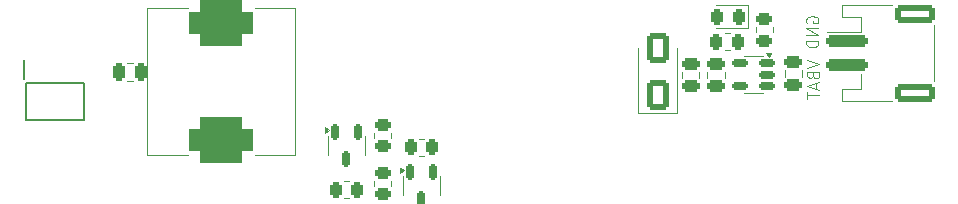
<source format=gbo>
G04 #@! TF.GenerationSoftware,KiCad,Pcbnew,8.0.0*
G04 #@! TF.CreationDate,2024-10-21T16:28:35+02:00*
G04 #@! TF.ProjectId,BatteryBridge,42617474-6572-4794-9272-696467652e6b,rev?*
G04 #@! TF.SameCoordinates,Original*
G04 #@! TF.FileFunction,Legend,Bot*
G04 #@! TF.FilePolarity,Positive*
%FSLAX46Y46*%
G04 Gerber Fmt 4.6, Leading zero omitted, Abs format (unit mm)*
G04 Created by KiCad (PCBNEW 8.0.0) date 2024-10-21 16:28:35*
%MOMM*%
%LPD*%
G01*
G04 APERTURE LIST*
G04 Aperture macros list*
%AMRoundRect*
0 Rectangle with rounded corners*
0 $1 Rounding radius*
0 $2 $3 $4 $5 $6 $7 $8 $9 X,Y pos of 4 corners*
0 Add a 4 corners polygon primitive as box body*
4,1,4,$2,$3,$4,$5,$6,$7,$8,$9,$2,$3,0*
0 Add four circle primitives for the rounded corners*
1,1,$1+$1,$2,$3*
1,1,$1+$1,$4,$5*
1,1,$1+$1,$6,$7*
1,1,$1+$1,$8,$9*
0 Add four rect primitives between the rounded corners*
20,1,$1+$1,$2,$3,$4,$5,0*
20,1,$1+$1,$4,$5,$6,$7,0*
20,1,$1+$1,$6,$7,$8,$9,0*
20,1,$1+$1,$8,$9,$2,$3,0*%
G04 Aperture macros list end*
%ADD10C,0.100000*%
%ADD11C,0.120000*%
%ADD12C,0.200000*%
%ADD13C,2.600000*%
%ADD14C,0.800000*%
%ADD15C,6.400000*%
%ADD16R,2.200000X2.200000*%
%ADD17O,2.200000X2.200000*%
%ADD18RoundRect,0.250000X-0.475000X0.250000X-0.475000X-0.250000X0.475000X-0.250000X0.475000X0.250000X0*%
%ADD19RoundRect,0.150000X-0.150000X0.512500X-0.150000X-0.512500X0.150000X-0.512500X0.150000X0.512500X0*%
%ADD20RoundRect,0.150000X0.512500X0.150000X-0.512500X0.150000X-0.512500X-0.150000X0.512500X-0.150000X0*%
%ADD21RoundRect,0.250000X-0.262500X-0.450000X0.262500X-0.450000X0.262500X0.450000X-0.262500X0.450000X0*%
%ADD22RoundRect,0.250000X0.262500X0.450000X-0.262500X0.450000X-0.262500X-0.450000X0.262500X-0.450000X0*%
%ADD23RoundRect,0.250000X-0.450000X0.262500X-0.450000X-0.262500X0.450000X-0.262500X0.450000X0.262500X0*%
%ADD24RoundRect,0.250000X0.650000X-1.000000X0.650000X1.000000X-0.650000X1.000000X-0.650000X-1.000000X0*%
%ADD25RoundRect,0.962500X1.787500X0.962500X-1.787500X0.962500X-1.787500X-0.962500X1.787500X-0.962500X0*%
%ADD26R,0.700000X1.525000*%
%ADD27RoundRect,0.250000X0.250000X0.475000X-0.250000X0.475000X-0.250000X-0.475000X0.250000X-0.475000X0*%
%ADD28RoundRect,0.250000X-1.500000X0.250000X-1.500000X-0.250000X1.500000X-0.250000X1.500000X0.250000X0*%
%ADD29RoundRect,0.250001X-1.449999X0.499999X-1.449999X-0.499999X1.449999X-0.499999X1.449999X0.499999X0*%
%ADD30RoundRect,0.243750X0.243750X0.456250X-0.243750X0.456250X-0.243750X-0.456250X0.243750X-0.456250X0*%
G04 APERTURE END LIST*
D10*
X140219423Y-83269827D02*
X141219423Y-83603160D01*
X141219423Y-83603160D02*
X140219423Y-83936493D01*
X140695613Y-84603160D02*
X140743232Y-84746017D01*
X140743232Y-84746017D02*
X140790851Y-84793636D01*
X140790851Y-84793636D02*
X140886089Y-84841255D01*
X140886089Y-84841255D02*
X141028946Y-84841255D01*
X141028946Y-84841255D02*
X141124184Y-84793636D01*
X141124184Y-84793636D02*
X141171804Y-84746017D01*
X141171804Y-84746017D02*
X141219423Y-84650779D01*
X141219423Y-84650779D02*
X141219423Y-84269827D01*
X141219423Y-84269827D02*
X140219423Y-84269827D01*
X140219423Y-84269827D02*
X140219423Y-84603160D01*
X140219423Y-84603160D02*
X140267042Y-84698398D01*
X140267042Y-84698398D02*
X140314661Y-84746017D01*
X140314661Y-84746017D02*
X140409899Y-84793636D01*
X140409899Y-84793636D02*
X140505137Y-84793636D01*
X140505137Y-84793636D02*
X140600375Y-84746017D01*
X140600375Y-84746017D02*
X140647994Y-84698398D01*
X140647994Y-84698398D02*
X140695613Y-84603160D01*
X140695613Y-84603160D02*
X140695613Y-84269827D01*
X140933708Y-85222208D02*
X140933708Y-85698398D01*
X141219423Y-85126970D02*
X140219423Y-85460303D01*
X140219423Y-85460303D02*
X141219423Y-85793636D01*
X140219423Y-85984113D02*
X140219423Y-86555541D01*
X141219423Y-86269827D02*
X140219423Y-86269827D01*
X140194838Y-80126493D02*
X140147219Y-80031255D01*
X140147219Y-80031255D02*
X140147219Y-79888398D01*
X140147219Y-79888398D02*
X140194838Y-79745541D01*
X140194838Y-79745541D02*
X140290076Y-79650303D01*
X140290076Y-79650303D02*
X140385314Y-79602684D01*
X140385314Y-79602684D02*
X140575790Y-79555065D01*
X140575790Y-79555065D02*
X140718647Y-79555065D01*
X140718647Y-79555065D02*
X140909123Y-79602684D01*
X140909123Y-79602684D02*
X141004361Y-79650303D01*
X141004361Y-79650303D02*
X141099600Y-79745541D01*
X141099600Y-79745541D02*
X141147219Y-79888398D01*
X141147219Y-79888398D02*
X141147219Y-79983636D01*
X141147219Y-79983636D02*
X141099600Y-80126493D01*
X141099600Y-80126493D02*
X141051980Y-80174112D01*
X141051980Y-80174112D02*
X140718647Y-80174112D01*
X140718647Y-80174112D02*
X140718647Y-79983636D01*
X141147219Y-80602684D02*
X140147219Y-80602684D01*
X140147219Y-80602684D02*
X141147219Y-81174112D01*
X141147219Y-81174112D02*
X140147219Y-81174112D01*
X141147219Y-81650303D02*
X140147219Y-81650303D01*
X140147219Y-81650303D02*
X140147219Y-81888398D01*
X140147219Y-81888398D02*
X140194838Y-82031255D01*
X140194838Y-82031255D02*
X140290076Y-82126493D01*
X140290076Y-82126493D02*
X140385314Y-82174112D01*
X140385314Y-82174112D02*
X140575790Y-82221731D01*
X140575790Y-82221731D02*
X140718647Y-82221731D01*
X140718647Y-82221731D02*
X140909123Y-82174112D01*
X140909123Y-82174112D02*
X141004361Y-82126493D01*
X141004361Y-82126493D02*
X141099600Y-82031255D01*
X141099600Y-82031255D02*
X141147219Y-81888398D01*
X141147219Y-81888398D02*
X141147219Y-81650303D01*
D11*
X138288300Y-84692052D02*
X138288300Y-84169548D01*
X139758300Y-84692052D02*
X139758300Y-84169548D01*
X105983600Y-93129200D02*
X105983600Y-93929200D01*
X105983600Y-94729200D02*
X105983600Y-93929200D01*
X109103600Y-93129200D02*
X109103600Y-93929200D01*
X109103600Y-94729200D02*
X109103600Y-93929200D01*
X106033600Y-92629200D02*
X105703600Y-92869200D01*
X105703600Y-92389200D01*
X106033600Y-92629200D01*
G36*
X106033600Y-92629200D02*
G01*
X105703600Y-92869200D01*
X105703600Y-92389200D01*
X106033600Y-92629200D01*
G37*
X134838500Y-82961000D02*
X135638500Y-82961000D01*
X134838500Y-86081000D02*
X135638500Y-86081000D01*
X136438500Y-82961000D02*
X135638500Y-82961000D01*
X136438500Y-86081000D02*
X135638500Y-86081000D01*
X136938500Y-83011000D02*
X136698500Y-82681000D01*
X137178500Y-82681000D01*
X136938500Y-83011000D01*
G36*
X136938500Y-83011000D02*
G01*
X136698500Y-82681000D01*
X137178500Y-82681000D01*
X136938500Y-83011000D01*
G37*
X101446064Y-93533000D02*
X100991936Y-93533000D01*
X101446064Y-95003000D02*
X100991936Y-95003000D01*
X133662364Y-81003400D02*
X133208236Y-81003400D01*
X133662364Y-82473400D02*
X133208236Y-82473400D01*
X107341936Y-89943000D02*
X107796064Y-89943000D01*
X107341936Y-91413000D02*
X107796064Y-91413000D01*
X103532000Y-93953064D02*
X103532000Y-93498936D01*
X105002000Y-93953064D02*
X105002000Y-93498936D01*
X125900000Y-82250000D02*
X125900000Y-87760000D01*
X125900000Y-87760000D02*
X129200000Y-87760000D01*
X129200000Y-82250000D02*
X129200000Y-87760000D01*
D10*
X84350000Y-78850000D02*
X87770000Y-78850000D01*
X84350000Y-91350000D02*
X84350000Y-78850000D01*
X84350000Y-91350000D02*
X87770000Y-91350000D01*
X93430000Y-78850000D02*
X96850000Y-78850000D01*
X93430000Y-91350000D02*
X96850000Y-91350000D01*
X96850000Y-91350000D02*
X96850000Y-78850000D01*
D12*
X73895000Y-84850000D02*
X73895000Y-83325000D01*
X74050000Y-85200000D02*
X78950000Y-85200000D01*
X74050000Y-88400000D02*
X74050000Y-85200000D01*
X78950000Y-85200000D02*
X78950000Y-88400000D01*
X78950000Y-88400000D02*
X74050000Y-88400000D01*
D11*
X82608748Y-83565000D02*
X83131252Y-83565000D01*
X82608748Y-85035000D02*
X83131252Y-85035000D01*
X131735100Y-84793652D02*
X131735100Y-84271148D01*
X133205100Y-84793652D02*
X133205100Y-84271148D01*
X129601500Y-84793652D02*
X129601500Y-84271148D01*
X131071500Y-84793652D02*
X131071500Y-84271148D01*
X135849900Y-80949464D02*
X135849900Y-80495336D01*
X137319900Y-80949464D02*
X137319900Y-80495336D01*
X141856400Y-80942400D02*
X144746400Y-80942400D01*
X143146400Y-78642400D02*
X147396400Y-78642400D01*
X143146400Y-79662400D02*
X143146400Y-78642400D01*
X143146400Y-85742400D02*
X143146400Y-86762400D01*
X143146400Y-86762400D02*
X147396400Y-86762400D01*
X144746400Y-79662400D02*
X143146400Y-79662400D01*
X144746400Y-80942400D02*
X144746400Y-79662400D01*
X144746400Y-84462400D02*
X144746400Y-85742400D01*
X144746400Y-85742400D02*
X143146400Y-85742400D01*
X150966400Y-85042400D02*
X150966400Y-80362400D01*
X103532000Y-89889064D02*
X103532000Y-89434936D01*
X105002000Y-89889064D02*
X105002000Y-89434936D01*
X132486100Y-80564800D02*
X135171100Y-80564800D01*
X135171100Y-78644800D02*
X132486100Y-78644800D01*
X135171100Y-80564800D02*
X135171100Y-78644800D01*
X99633600Y-89725600D02*
X99633600Y-90525600D01*
X99633600Y-91325600D02*
X99633600Y-90525600D01*
X102753600Y-89725600D02*
X102753600Y-90525600D01*
X102753600Y-91325600D02*
X102753600Y-90525600D01*
X99683600Y-89225600D02*
X99353600Y-89465600D01*
X99353600Y-88985600D01*
X99683600Y-89225600D01*
G36*
X99683600Y-89225600D02*
G01*
X99353600Y-89465600D01*
X99353600Y-88985600D01*
X99683600Y-89225600D01*
G37*
%LPC*%
D13*
X110030000Y-80030000D03*
D14*
X145783600Y-92710000D03*
X146486544Y-91012944D03*
X146486544Y-94407056D03*
X148183600Y-90310000D03*
D15*
X148183600Y-92710000D03*
D14*
X148183600Y-95110000D03*
X149880656Y-91012944D03*
X149880656Y-94407056D03*
X150583600Y-92710000D03*
D16*
X99890000Y-86150000D03*
D17*
X107510000Y-86150000D03*
D16*
X120897100Y-85874500D03*
D17*
X113277100Y-85874500D03*
D18*
X139023300Y-83480800D03*
X139023300Y-85380800D03*
D19*
X106593600Y-92791700D03*
X108493600Y-92791700D03*
X107543600Y-95066700D03*
D20*
X136776000Y-83571000D03*
X136776000Y-84521000D03*
X136776000Y-85471000D03*
X134501000Y-85471000D03*
X134501000Y-83571000D03*
D21*
X100306500Y-94268000D03*
X102131500Y-94268000D03*
X132522800Y-81738400D03*
X134347800Y-81738400D03*
D22*
X108481500Y-90678000D03*
X106656500Y-90678000D03*
D23*
X104267000Y-92813500D03*
X104267000Y-94638500D03*
D24*
X127550000Y-86250000D03*
X127550000Y-82250000D03*
D25*
X90600000Y-80125000D03*
X90600000Y-90075000D03*
D26*
X74595000Y-84088000D03*
X75865000Y-84088000D03*
X77135000Y-84088000D03*
X78405000Y-84088000D03*
X78405000Y-89512000D03*
X77135000Y-89512000D03*
X75865000Y-89512000D03*
X74595000Y-89512000D03*
D27*
X83820000Y-84300000D03*
X81920000Y-84300000D03*
D18*
X132470100Y-83582400D03*
X132470100Y-85482400D03*
X130336500Y-83582400D03*
X130336500Y-85482400D03*
D23*
X136584900Y-79809900D03*
X136584900Y-81634900D03*
D28*
X143606400Y-81702400D03*
X143606400Y-83702400D03*
D29*
X149356400Y-79352400D03*
X149356400Y-86052400D03*
D23*
X104267000Y-88749500D03*
X104267000Y-90574500D03*
D30*
X134423600Y-79604800D03*
X132548600Y-79604800D03*
D19*
X100243600Y-89388100D03*
X102143600Y-89388100D03*
X101193600Y-91663100D03*
%LPD*%
M02*

</source>
